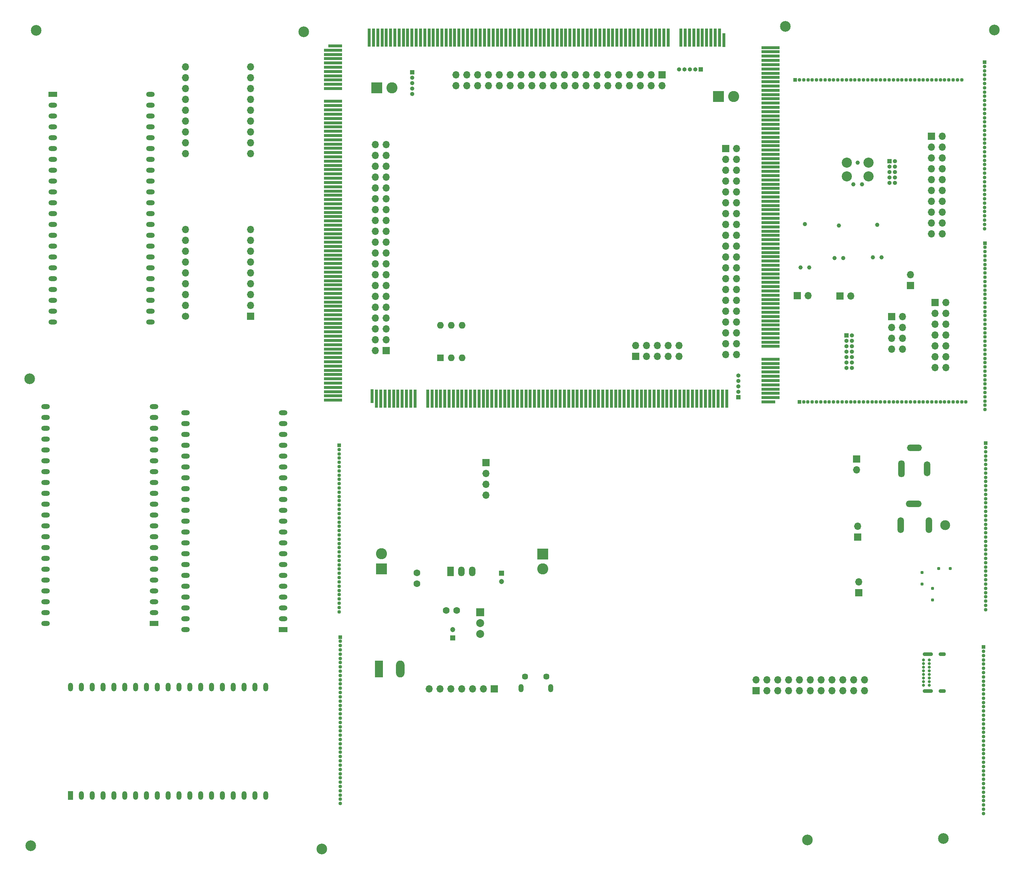
<source format=gbr>
%TF.GenerationSoftware,KiCad,Pcbnew,(7.0.0)*%
%TF.CreationDate,2023-03-18T13:26:35-04:00*%
%TF.ProjectId,FPGAs-Ard_RPi_BB,46504741-732d-4417-9264-5f5250695f42,rev?*%
%TF.SameCoordinates,Original*%
%TF.FileFunction,Soldermask,Bot*%
%TF.FilePolarity,Negative*%
%FSLAX46Y46*%
G04 Gerber Fmt 4.6, Leading zero omitted, Abs format (unit mm)*
G04 Created by KiCad (PCBNEW (7.0.0)) date 2023-03-18 13:26:35*
%MOMM*%
%LPD*%
G01*
G04 APERTURE LIST*
%ADD10R,1.000000X1.000000*%
%ADD11O,1.000000X1.000000*%
%ADD12C,2.500000*%
%ADD13C,1.600000*%
%ADD14R,1.200000X2.000000*%
%ADD15O,1.200000X2.000000*%
%ADD16R,0.850000X0.850000*%
%ADD17O,0.850000X0.850000*%
%ADD18R,0.700000X3.200000*%
%ADD19R,0.700000X4.300000*%
%ADD20R,1.700000X1.700000*%
%ADD21O,1.700000X1.700000*%
%ADD22O,3.708400X1.498600*%
%ADD23O,1.498600X3.708400*%
%ADD24C,0.990600*%
%ADD25C,2.311400*%
%ADD26C,0.700000*%
%ADD27O,2.400000X0.900000*%
%ADD28O,1.700000X0.900000*%
%ADD29C,2.374900*%
%ADD30R,1.200000X1.200000*%
%ADD31C,1.200000*%
%ADD32R,2.000000X1.200000*%
%ADD33O,2.000000X1.200000*%
%ADD34R,1.860000X1.860000*%
%ADD35C,1.860000*%
%ADD36C,1.700000*%
%ADD37C,0.787400*%
%ADD38R,2.600000X2.600000*%
%ADD39C,2.600000*%
%ADD40R,3.200000X0.700000*%
%ADD41R,4.300000X0.700000*%
%ADD42C,0.999998*%
%ADD43O,1.507998X4.008120*%
%ADD44O,1.507998X3.507994*%
%ADD45O,3.507994X1.507998*%
%ADD46R,1.600000X1.600000*%
%ADD47O,1.600000X1.600000*%
%ADD48O,1.200000X1.900000*%
%ADD49C,1.450000*%
%ADD50R,1.500000X2.300000*%
%ADD51O,1.500000X2.300000*%
%ADD52R,1.980000X3.960000*%
%ADD53O,1.980000X3.960000*%
G04 APERTURE END LIST*
D10*
%TO.C,PCIe_J3_JTAG1*%
X334849999Y-27499999D03*
D11*
X333579999Y-27499999D03*
X332309999Y-27499999D03*
X331039999Y-27499999D03*
X329769999Y-27499999D03*
%TD*%
D10*
%TO.C,PCIe_J2_JTAG1*%
X267299999Y-28189999D03*
D11*
X267299999Y-29459999D03*
X267299999Y-30729999D03*
X267299999Y-31999999D03*
X267299999Y-33269999D03*
%TD*%
D10*
%TO.C,PCIe_J1_JTAG1*%
X343599999Y-104309999D03*
D11*
X343599999Y-103039999D03*
X343599999Y-101769999D03*
X343599999Y-100499999D03*
X343599999Y-99229999D03*
%TD*%
D12*
%TO.C,H7*%
X403600000Y-18300000D03*
%TD*%
D13*
%TO.C,PR_C9*%
X268400000Y-145450000D03*
X268400000Y-147950000D03*
%TD*%
D12*
%TO.C,H2*%
X246100000Y-210100000D03*
%TD*%
D14*
%TO.C,U2*%
X187279999Y-197599999D03*
D15*
X189819999Y-197599999D03*
X192359999Y-197599999D03*
X194899999Y-197599999D03*
X197439999Y-197599999D03*
X199979999Y-197599999D03*
X202519999Y-197599999D03*
X205059999Y-197599999D03*
X207599999Y-197599999D03*
X210139999Y-197599999D03*
X212679999Y-197599999D03*
X215219999Y-197599999D03*
X217759999Y-197599999D03*
X220299999Y-197599999D03*
X222839999Y-197599999D03*
X225379999Y-197599999D03*
X227919999Y-197599999D03*
X230459999Y-197599999D03*
X232999999Y-197599999D03*
X232997279Y-172203679D03*
X230457279Y-172203679D03*
X227919999Y-172199999D03*
X225379999Y-172199999D03*
X222839999Y-172199999D03*
X220299999Y-172199999D03*
X217759999Y-172199999D03*
X215219999Y-172199999D03*
X212679999Y-172199999D03*
X210139999Y-172199999D03*
X207599999Y-172199999D03*
X205059999Y-172199999D03*
X202519999Y-172199999D03*
X199979999Y-172199999D03*
X197439999Y-172199999D03*
X194899999Y-172199999D03*
X192359999Y-172199999D03*
X189819999Y-172199999D03*
X187279999Y-172199999D03*
%TD*%
D16*
%TO.C,BO_9*%
X356927999Y-29971999D03*
D17*
X357927999Y-29971999D03*
X358927999Y-29971999D03*
X359927999Y-29971999D03*
X360927999Y-29971999D03*
X361927999Y-29971999D03*
X362927999Y-29971999D03*
X363927999Y-29971999D03*
X364927999Y-29971999D03*
X365927999Y-29971999D03*
X366927999Y-29971999D03*
X367927999Y-29971999D03*
X368927999Y-29971999D03*
X369927999Y-29971999D03*
X370927999Y-29971999D03*
X371927999Y-29971999D03*
X372927999Y-29971999D03*
X373927999Y-29971999D03*
X374927999Y-29971999D03*
X375927999Y-29971999D03*
X376927999Y-29971999D03*
X377927999Y-29971999D03*
X378927999Y-29971999D03*
X379927999Y-29971999D03*
X380927999Y-29971999D03*
X381927999Y-29971999D03*
X382927999Y-29971999D03*
X383927999Y-29971999D03*
X384927999Y-29971999D03*
X385927999Y-29971999D03*
X386927999Y-29971999D03*
X387927999Y-29971999D03*
X388927999Y-29971999D03*
X389927999Y-29971999D03*
X390927999Y-29971999D03*
X391927999Y-29971999D03*
X392927999Y-29971999D03*
X393927999Y-29971999D03*
X394927999Y-29971999D03*
X395927999Y-29971999D03*
%TD*%
D18*
%TO.C,PCIe_J4*%
X257899999Y-104049999D03*
D19*
X258899999Y-104599999D03*
X259899999Y-104599999D03*
X260899999Y-104599999D03*
X261899999Y-104599999D03*
X262899999Y-104599999D03*
X263899999Y-104599999D03*
X264899999Y-104599999D03*
X265899999Y-104599999D03*
X266899999Y-104599999D03*
X267899999Y-104599999D03*
X270899999Y-104599999D03*
X271899999Y-104599999D03*
X272899999Y-104599999D03*
X273899999Y-104599999D03*
X274899999Y-104599999D03*
X275899999Y-104599999D03*
X276899999Y-104599999D03*
X277899999Y-104599999D03*
X278899999Y-104599999D03*
X279899999Y-104599999D03*
X280899999Y-104599999D03*
X281899999Y-104599999D03*
X282899999Y-104599999D03*
X283899999Y-104599999D03*
X284899999Y-104599999D03*
X285899999Y-104599999D03*
X286899999Y-104599999D03*
X287899999Y-104599999D03*
X288899999Y-104599999D03*
X289899999Y-104599999D03*
X290899999Y-104599999D03*
X291899999Y-104599999D03*
X292899999Y-104599999D03*
X293899999Y-104599999D03*
X294899999Y-104599999D03*
X295899999Y-104599999D03*
X296899999Y-104599999D03*
X297899999Y-104599999D03*
X298899999Y-104599999D03*
X299899999Y-104599999D03*
X300899999Y-104599999D03*
X301899999Y-104599999D03*
X302899999Y-104599999D03*
X303899999Y-104599999D03*
X304899999Y-104599999D03*
X305899999Y-104599999D03*
X306899999Y-104599999D03*
X307899999Y-104599999D03*
X308899999Y-104599999D03*
X309899999Y-104599999D03*
X310899999Y-104599999D03*
X311899999Y-104599999D03*
X312899999Y-104599999D03*
X313899999Y-104599999D03*
X314899999Y-104599999D03*
X315899999Y-104599999D03*
X316899999Y-104599999D03*
X317899999Y-104599999D03*
X318899999Y-104599999D03*
X319899999Y-104599999D03*
X320899999Y-104599999D03*
X321899999Y-104599999D03*
X322899999Y-104599999D03*
X323899999Y-104599999D03*
X324899999Y-104599999D03*
X325899999Y-104599999D03*
X326899999Y-104599999D03*
X327899999Y-104599999D03*
X328899999Y-104599999D03*
X329899999Y-104599999D03*
X330899999Y-104599999D03*
X331899999Y-104599999D03*
X332899999Y-104599999D03*
X333899999Y-104599999D03*
X334899999Y-104599999D03*
X335899999Y-104599999D03*
X336899999Y-104599999D03*
X337899999Y-104599999D03*
X338899999Y-104599999D03*
X339899999Y-104599999D03*
X340899999Y-104599999D03*
%TD*%
D16*
%TO.C,BO_6*%
X401573999Y-115063999D03*
D17*
X401573999Y-116063999D03*
X401573999Y-117063999D03*
X401573999Y-118063999D03*
X401573999Y-119063999D03*
X401573999Y-120063999D03*
X401573999Y-121063999D03*
X401573999Y-122063999D03*
X401573999Y-123063999D03*
X401573999Y-124063999D03*
X401573999Y-125063999D03*
X401573999Y-126063999D03*
X401573999Y-127063999D03*
X401573999Y-128063999D03*
X401573999Y-129063999D03*
X401573999Y-130063999D03*
X401573999Y-131063999D03*
X401573999Y-132063999D03*
X401573999Y-133063999D03*
X401573999Y-134063999D03*
X401573999Y-135063999D03*
X401573999Y-136063999D03*
X401573999Y-137063999D03*
X401573999Y-138063999D03*
X401573999Y-139063999D03*
X401573999Y-140063999D03*
X401573999Y-141063999D03*
X401573999Y-142063999D03*
X401573999Y-143063999D03*
X401573999Y-144063999D03*
X401573999Y-145063999D03*
X401573999Y-146063999D03*
X401573999Y-147063999D03*
X401573999Y-148063999D03*
X401573999Y-149063999D03*
X401573999Y-150063999D03*
X401573999Y-151063999D03*
X401573999Y-152063999D03*
X401573999Y-153063999D03*
X401573999Y-154063999D03*
%TD*%
D16*
%TO.C,BO_5*%
X401065999Y-162815999D03*
D17*
X401065999Y-163815999D03*
X401065999Y-164815999D03*
X401065999Y-165815999D03*
X401065999Y-166815999D03*
X401065999Y-167815999D03*
X401065999Y-168815999D03*
X401065999Y-169815999D03*
X401065999Y-170815999D03*
X401065999Y-171815999D03*
X401065999Y-172815999D03*
X401065999Y-173815999D03*
X401065999Y-174815999D03*
X401065999Y-175815999D03*
X401065999Y-176815999D03*
X401065999Y-177815999D03*
X401065999Y-178815999D03*
X401065999Y-179815999D03*
X401065999Y-180815999D03*
X401065999Y-181815999D03*
X401065999Y-182815999D03*
X401065999Y-183815999D03*
X401065999Y-184815999D03*
X401065999Y-185815999D03*
X401065999Y-186815999D03*
X401065999Y-187815999D03*
X401065999Y-188815999D03*
X401065999Y-189815999D03*
X401065999Y-190815999D03*
X401065999Y-191815999D03*
X401065999Y-192815999D03*
X401065999Y-193815999D03*
X401065999Y-194815999D03*
X401065999Y-195815999D03*
X401065999Y-196815999D03*
X401065999Y-197815999D03*
X401065999Y-198815999D03*
X401065999Y-199815999D03*
X401065999Y-200815999D03*
X401065999Y-201815999D03*
%TD*%
D16*
%TO.C,BO_7*%
X401399999Y-68199999D03*
D17*
X401399999Y-69199999D03*
X401399999Y-70199999D03*
X401399999Y-71199999D03*
X401399999Y-72199999D03*
X401399999Y-73199999D03*
X401399999Y-74199999D03*
X401399999Y-75199999D03*
X401399999Y-76199999D03*
X401399999Y-77199999D03*
X401399999Y-78199999D03*
X401399999Y-79199999D03*
X401399999Y-80199999D03*
X401399999Y-81199999D03*
X401399999Y-82199999D03*
X401399999Y-83199999D03*
X401399999Y-84199999D03*
X401399999Y-85199999D03*
X401399999Y-86199999D03*
X401399999Y-87199999D03*
X401399999Y-88199999D03*
X401399999Y-89199999D03*
X401399999Y-90199999D03*
X401399999Y-91199999D03*
X401399999Y-92199999D03*
X401399999Y-93199999D03*
X401399999Y-94199999D03*
X401399999Y-95199999D03*
X401399999Y-96199999D03*
X401399999Y-97199999D03*
X401399999Y-98199999D03*
X401399999Y-99199999D03*
X401399999Y-100199999D03*
X401399999Y-101199999D03*
X401399999Y-102199999D03*
X401399999Y-103199999D03*
X401399999Y-104199999D03*
X401399999Y-105199999D03*
X401399999Y-106199999D03*
X401399999Y-107199999D03*
%TD*%
D20*
%TO.C,QSPI_JTAG1*%
X319549999Y-94749999D03*
D21*
X319549999Y-92209999D03*
X322089999Y-94749999D03*
X322089999Y-92209999D03*
X324629999Y-94749999D03*
X324629999Y-92209999D03*
X327169999Y-94749999D03*
X327169999Y-92209999D03*
X329709999Y-94749999D03*
X329709999Y-92209999D03*
%TD*%
D20*
%TO.C,FPGA_PWR_J1*%
X284547499Y-119605999D03*
D21*
X284547499Y-122145999D03*
X284547499Y-124685999D03*
X284547499Y-127225999D03*
%TD*%
D22*
%TO.C,DC_PWR_J1*%
X384733889Y-129304909D03*
D23*
X388283887Y-134304899D03*
X381683890Y-134304899D03*
D24*
X385838790Y-129304910D03*
X383628990Y-129304910D03*
X388283888Y-133200000D03*
X381683891Y-133200000D03*
D25*
X392083875Y-134304900D03*
D24*
X388283888Y-135409800D03*
X381683891Y-135409800D03*
%TD*%
D26*
%TO.C,USB3_TypeC1*%
X387015000Y-171800000D03*
X387015000Y-170950000D03*
X387015000Y-170100000D03*
X387015000Y-169250000D03*
X387015000Y-168400000D03*
X387015000Y-167550000D03*
X387015000Y-166700000D03*
X387015000Y-165850000D03*
X388365000Y-165850000D03*
X388365000Y-166700000D03*
X388365000Y-167550000D03*
X388365000Y-168400000D03*
X388365000Y-169250000D03*
X388365000Y-170100000D03*
X388365000Y-170950000D03*
X388365000Y-171800000D03*
D27*
X387994999Y-173149999D03*
D28*
X391374999Y-173149999D03*
D27*
X387994999Y-164499999D03*
D28*
X391374999Y-164499999D03*
%TD*%
D20*
%TO.C,FPGA_J2*%
X340624999Y-46089999D03*
D21*
X343164999Y-46089999D03*
X340624999Y-48629999D03*
X343164999Y-48629999D03*
X340624999Y-51169999D03*
X343164999Y-51169999D03*
X340624999Y-53709999D03*
X343164999Y-53709999D03*
X340624999Y-56249999D03*
X343164999Y-56249999D03*
X340624999Y-58789999D03*
X343164999Y-58789999D03*
X340624999Y-61329999D03*
X343164999Y-61329999D03*
X340624999Y-63869999D03*
X343164999Y-63869999D03*
X340624999Y-66409999D03*
X343164999Y-66409999D03*
X340624999Y-68949999D03*
X343164999Y-68949999D03*
X340624999Y-71489999D03*
X343164999Y-71489999D03*
X340624999Y-74029999D03*
X343164999Y-74029999D03*
X340624999Y-76569999D03*
X343164999Y-76569999D03*
X340624999Y-79109999D03*
X343164999Y-79109999D03*
X340624999Y-81649999D03*
X343164999Y-81649999D03*
X340624999Y-84189999D03*
X343164999Y-84189999D03*
X340624999Y-86729999D03*
X343164999Y-86729999D03*
X340624999Y-89269999D03*
X343164999Y-89269999D03*
X340624999Y-91809999D03*
X343164999Y-91809999D03*
X340624999Y-94349999D03*
X343164999Y-94349999D03*
%TD*%
D29*
%TO.C,TC2030*%
X369048000Y-49363000D03*
X369048000Y-52538000D03*
D24*
X370588000Y-54410000D03*
X371604000Y-49330000D03*
X372620000Y-54410000D03*
D29*
X374128000Y-49363000D03*
X374128000Y-52538000D03*
%TD*%
D13*
%TO.C,PR_C5*%
X277710000Y-154231100D03*
X275210000Y-154231100D03*
%TD*%
D30*
%TO.C,PR_C6*%
X276709999Y-160731099D03*
D31*
X276710000Y-158731100D03*
%TD*%
D32*
%TO.C,U5*%
X206799999Y-157343439D03*
D33*
X206799999Y-154803439D03*
X206799999Y-152263439D03*
X206799999Y-149723439D03*
X206799999Y-147183439D03*
X206799999Y-144643439D03*
X206799999Y-142103439D03*
X206799999Y-139563439D03*
X206799999Y-137023439D03*
X206799999Y-134483439D03*
X206799999Y-131943439D03*
X206799999Y-129403439D03*
X206799999Y-126863439D03*
X206799999Y-124323439D03*
X206799999Y-121783439D03*
X206799999Y-119243439D03*
X206799999Y-116703439D03*
X206799999Y-114163439D03*
X206799999Y-111623439D03*
X206799999Y-109083439D03*
X206799999Y-106543439D03*
X181399999Y-106543439D03*
X181399999Y-109083439D03*
X181399999Y-111623439D03*
X181399999Y-114163439D03*
X181399999Y-116703439D03*
X181399999Y-119243439D03*
X181399999Y-121783439D03*
X181399999Y-124323439D03*
X181399999Y-126863439D03*
X181399999Y-129403439D03*
X181399999Y-131943439D03*
X181399999Y-134483439D03*
X181399999Y-137023439D03*
X181399999Y-139563439D03*
X181399999Y-142103439D03*
X181399999Y-144643439D03*
X181399999Y-147183439D03*
X181399999Y-149723439D03*
X181399999Y-152263439D03*
X181399999Y-154803439D03*
X181399999Y-157343439D03*
%TD*%
D34*
%TO.C,PR_U3_3V1*%
X283209999Y-154685999D03*
D35*
X283210000Y-157226000D03*
X283210000Y-159766000D03*
%TD*%
D12*
%TO.C,H1*%
X241900000Y-18700000D03*
%TD*%
D20*
%TO.C,USB3_TypeC_J1*%
X347754999Y-173039999D03*
D21*
X347754999Y-170499999D03*
X350294999Y-173039999D03*
X350294999Y-170499999D03*
X352834999Y-173039999D03*
X352834999Y-170499999D03*
X355374999Y-173039999D03*
X355374999Y-170499999D03*
X357914999Y-173039999D03*
X357914999Y-170499999D03*
X360454999Y-173039999D03*
X360454999Y-170499999D03*
X362994999Y-173039999D03*
X362994999Y-170499999D03*
X365534999Y-173039999D03*
X365534999Y-170499999D03*
X368074999Y-173039999D03*
X368074999Y-170499999D03*
X370614999Y-173039999D03*
X370614999Y-170499999D03*
X373154999Y-173039999D03*
X373154999Y-170499999D03*
%TD*%
D12*
%TO.C,H4*%
X179200000Y-18400000D03*
%TD*%
D20*
%TO.C,J_USB_uB2*%
X286494999Y-172600999D03*
D21*
X283954999Y-172600999D03*
X281414999Y-172600999D03*
X278874999Y-172600999D03*
X276334999Y-172600999D03*
X273794999Y-172600999D03*
X271254999Y-172600999D03*
%TD*%
D24*
%TO.C,TC2050_1*%
X366157000Y-71730000D03*
X367173000Y-64117000D03*
X368189000Y-71730000D03*
%TD*%
%TO.C,TC2070*%
X358157000Y-73930000D03*
X359173000Y-63777000D03*
X360189000Y-73930000D03*
%TD*%
D20*
%TO.C,Digilent_Cmod_S7*%
X229439999Y-85339999D03*
D21*
X229439999Y-82799999D03*
X229439999Y-80259999D03*
X229439999Y-77719999D03*
X229439999Y-75179999D03*
X229439999Y-72639999D03*
X229439999Y-70099999D03*
X229439999Y-67559999D03*
X229439999Y-65019999D03*
X229439999Y-47239999D03*
X229439999Y-44699999D03*
X229439999Y-42159999D03*
X229439999Y-39619999D03*
X229439999Y-37079999D03*
X229439999Y-34539999D03*
X229439999Y-31999999D03*
X229439999Y-29459999D03*
X229439999Y-26919999D03*
X214199999Y-26919999D03*
X214199999Y-29459999D03*
X214199999Y-31999999D03*
X214199999Y-34539999D03*
X214199999Y-37079999D03*
X214199999Y-39619999D03*
X214199999Y-42159999D03*
X214199999Y-44699999D03*
X214199999Y-47239999D03*
X214199999Y-65019999D03*
X214199999Y-67559999D03*
X214199999Y-70099999D03*
X214199999Y-72639999D03*
X214199999Y-75179999D03*
X214199999Y-77719999D03*
X214199999Y-80259999D03*
X214199999Y-82799999D03*
D36*
X214200000Y-85340000D03*
%TD*%
D16*
%TO.C,BO_16*%
X357919999Y-105409999D03*
D17*
X358919999Y-105409999D03*
X359919999Y-105409999D03*
X360919999Y-105409999D03*
X361919999Y-105409999D03*
X362919999Y-105409999D03*
X363919999Y-105409999D03*
X364919999Y-105409999D03*
X365919999Y-105409999D03*
X366919999Y-105409999D03*
X367919999Y-105409999D03*
X368919999Y-105409999D03*
X369919999Y-105409999D03*
X370919999Y-105409999D03*
X371919999Y-105409999D03*
X372919999Y-105409999D03*
X373919999Y-105409999D03*
X374919999Y-105409999D03*
X375919999Y-105409999D03*
X376919999Y-105409999D03*
X377919999Y-105409999D03*
X378919999Y-105409999D03*
X379919999Y-105409999D03*
X380919999Y-105409999D03*
X381919999Y-105409999D03*
X382919999Y-105409999D03*
X383919999Y-105409999D03*
X384919999Y-105409999D03*
X385919999Y-105409999D03*
X386919999Y-105409999D03*
X387919999Y-105409999D03*
X388919999Y-105409999D03*
X389919999Y-105409999D03*
X390919999Y-105409999D03*
X391919999Y-105409999D03*
X392919999Y-105409999D03*
X393919999Y-105409999D03*
X394919999Y-105409999D03*
X395919999Y-105409999D03*
X396919999Y-105409999D03*
%TD*%
D32*
%TO.C,U4*%
X236999999Y-158739999D03*
D33*
X236999999Y-156199999D03*
X236999999Y-153659999D03*
X236999999Y-151119999D03*
X236999999Y-148579999D03*
X236999999Y-146039999D03*
X236999999Y-143499999D03*
X236999999Y-140959999D03*
X236999999Y-138419999D03*
X236999999Y-135879999D03*
X236999999Y-133339999D03*
X236999999Y-130799999D03*
X236999999Y-128259999D03*
X236999999Y-125719999D03*
X236999999Y-123179999D03*
X236999999Y-120639999D03*
X236999999Y-118099999D03*
X236999999Y-115559999D03*
X236999999Y-113019999D03*
X237003679Y-110482719D03*
X237003679Y-107942719D03*
X214143679Y-107942719D03*
X214139999Y-110482719D03*
X214139999Y-113022719D03*
X214139999Y-115562719D03*
X214139999Y-118102719D03*
X214139999Y-120642719D03*
X214139999Y-123182719D03*
X214139999Y-125722719D03*
X214139999Y-128262719D03*
X214139999Y-130802719D03*
X214139999Y-133342719D03*
X214139999Y-135882719D03*
X214139999Y-138422719D03*
X214139999Y-140962719D03*
X214139999Y-143502719D03*
X214139999Y-146042719D03*
X214139999Y-148582719D03*
X214139999Y-151122719D03*
X214139999Y-153662719D03*
X214139999Y-156202719D03*
X214139999Y-158742719D03*
%TD*%
D16*
%TO.C,BO_4*%
X250443999Y-160481999D03*
D17*
X250443999Y-161481999D03*
X250443999Y-162481999D03*
X250443999Y-163481999D03*
X250443999Y-164481999D03*
X250443999Y-165481999D03*
X250443999Y-166481999D03*
X250443999Y-167481999D03*
X250443999Y-168481999D03*
X250443999Y-169481999D03*
X250443999Y-170481999D03*
X250443999Y-171481999D03*
X250443999Y-172481999D03*
X250443999Y-173481999D03*
X250443999Y-174481999D03*
X250443999Y-175481999D03*
X250443999Y-176481999D03*
X250443999Y-177481999D03*
X250443999Y-178481999D03*
X250443999Y-179481999D03*
X250443999Y-180481999D03*
X250443999Y-181481999D03*
X250443999Y-182481999D03*
X250443999Y-183481999D03*
X250443999Y-184481999D03*
X250443999Y-185481999D03*
X250443999Y-186481999D03*
X250443999Y-187481999D03*
X250443999Y-188481999D03*
X250443999Y-189481999D03*
X250443999Y-190481999D03*
X250443999Y-191481999D03*
X250443999Y-192481999D03*
X250443999Y-193481999D03*
X250443999Y-194481999D03*
X250443999Y-195481999D03*
X250443999Y-196481999D03*
X250443999Y-197481999D03*
X250443999Y-198481999D03*
X250443999Y-199481999D03*
%TD*%
D12*
%TO.C,H3*%
X177700000Y-100000000D03*
%TD*%
%TO.C,H5*%
X391600000Y-207700000D03*
%TD*%
D37*
%TO.C,DC_PWR_J2*%
X393283888Y-144450000D03*
X390566088Y-144450000D03*
X386625000Y-145391100D03*
X386625000Y-148108900D03*
X389125000Y-149091100D03*
X389125000Y-151808900D03*
%TD*%
D16*
%TO.C,BO_8*%
X401319999Y-25813999D03*
D17*
X401319999Y-26813999D03*
X401319999Y-27813999D03*
X401319999Y-28813999D03*
X401319999Y-29813999D03*
X401319999Y-30813999D03*
X401319999Y-31813999D03*
X401319999Y-32813999D03*
X401319999Y-33813999D03*
X401319999Y-34813999D03*
X401319999Y-35813999D03*
X401319999Y-36813999D03*
X401319999Y-37813999D03*
X401319999Y-38813999D03*
X401319999Y-39813999D03*
X401319999Y-40813999D03*
X401319999Y-41813999D03*
X401319999Y-42813999D03*
X401319999Y-43813999D03*
X401319999Y-44813999D03*
X401319999Y-45813999D03*
X401319999Y-46813999D03*
X401319999Y-47813999D03*
X401319999Y-48813999D03*
X401319999Y-49813999D03*
X401319999Y-50813999D03*
X401319999Y-51813999D03*
X401319999Y-52813999D03*
X401319999Y-53813999D03*
X401319999Y-54813999D03*
X401319999Y-55813999D03*
X401319999Y-56813999D03*
X401319999Y-57813999D03*
X401319999Y-58813999D03*
X401319999Y-59813999D03*
X401319999Y-60813999D03*
X401319999Y-61813999D03*
X401319999Y-62813999D03*
X401319999Y-63813999D03*
X401319999Y-64813999D03*
%TD*%
D38*
%TO.C,12V_J1*%
X258999999Y-31799999D03*
D39*
X262500000Y-31800000D03*
%TD*%
D38*
%TO.C,PWR_DC_IN1*%
X260099999Y-144499999D03*
D39*
X260100000Y-141000000D03*
%TD*%
D40*
%TO.C,PCIe_J2*%
X249249999Y-21999999D03*
D41*
X248699999Y-22999999D03*
X248699999Y-23999999D03*
X248699999Y-24999999D03*
X248699999Y-25999999D03*
X248699999Y-26999999D03*
X248699999Y-27999999D03*
X248699999Y-28999999D03*
X248699999Y-29999999D03*
X248699999Y-30999999D03*
X248699999Y-31999999D03*
X248699999Y-34999999D03*
X248699999Y-35999999D03*
X248699999Y-36999999D03*
X248699999Y-37999999D03*
X248699999Y-38999999D03*
X248699999Y-39999999D03*
X248699999Y-40999999D03*
X248699999Y-41999999D03*
X248699999Y-42999999D03*
X248699999Y-43999999D03*
X248699999Y-44999999D03*
X248699999Y-45999999D03*
X248699999Y-46999999D03*
X248699999Y-47999999D03*
X248699999Y-48999999D03*
X248699999Y-49999999D03*
X248699999Y-50999999D03*
X248699999Y-51999999D03*
X248699999Y-52999999D03*
X248699999Y-53999999D03*
X248699999Y-54999999D03*
X248699999Y-55999999D03*
X248699999Y-56999999D03*
X248699999Y-57999999D03*
X248699999Y-58999999D03*
X248699999Y-59999999D03*
X248699999Y-60999999D03*
X248699999Y-61999999D03*
X248699999Y-62999999D03*
X248699999Y-63999999D03*
X248699999Y-64999999D03*
X248699999Y-65999999D03*
X248699999Y-66999999D03*
X248699999Y-67999999D03*
X248699999Y-68999999D03*
X248699999Y-69999999D03*
X248699999Y-70999999D03*
X248699999Y-71999999D03*
X248699999Y-72999999D03*
X248699999Y-73999999D03*
X248699999Y-74999999D03*
X248699999Y-75999999D03*
X248699999Y-76999999D03*
X248699999Y-77999999D03*
X248699999Y-78999999D03*
X248699999Y-79999999D03*
X248699999Y-80999999D03*
X248699999Y-81999999D03*
X248699999Y-82999999D03*
X248699999Y-83999999D03*
X248699999Y-84999999D03*
X248699999Y-85999999D03*
X248699999Y-86999999D03*
X248699999Y-87999999D03*
X248699999Y-88999999D03*
X248699999Y-89999999D03*
X248699999Y-90999999D03*
X248699999Y-91999999D03*
X248699999Y-92999999D03*
X248699999Y-93999999D03*
X248699999Y-94999999D03*
X248699999Y-95999999D03*
X248699999Y-96999999D03*
X248699999Y-97999999D03*
X248699999Y-98999999D03*
X248699999Y-99999999D03*
X248699999Y-100999999D03*
X248699999Y-101999999D03*
X248699999Y-102999999D03*
X248699999Y-103999999D03*
X248699999Y-104999999D03*
%TD*%
D12*
%TO.C,H6*%
X354600000Y-17400000D03*
%TD*%
D20*
%TO.C,PWR_OUT2*%
X357424999Y-80499999D03*
D21*
X359964999Y-80499999D03*
%TD*%
D16*
%TO.C,BO_3*%
X250189999Y-115555999D03*
D17*
X250189999Y-116555999D03*
X250189999Y-117555999D03*
X250189999Y-118555999D03*
X250189999Y-119555999D03*
X250189999Y-120555999D03*
X250189999Y-121555999D03*
X250189999Y-122555999D03*
X250189999Y-123555999D03*
X250189999Y-124555999D03*
X250189999Y-125555999D03*
X250189999Y-126555999D03*
X250189999Y-127555999D03*
X250189999Y-128555999D03*
X250189999Y-129555999D03*
X250189999Y-130555999D03*
X250189999Y-131555999D03*
X250189999Y-132555999D03*
X250189999Y-133555999D03*
X250189999Y-134555999D03*
X250189999Y-135555999D03*
X250189999Y-136555999D03*
X250189999Y-137555999D03*
X250189999Y-138555999D03*
X250189999Y-139555999D03*
X250189999Y-140555999D03*
X250189999Y-141555999D03*
X250189999Y-142555999D03*
X250189999Y-143555999D03*
X250189999Y-144555999D03*
X250189999Y-145555999D03*
X250189999Y-146555999D03*
X250189999Y-147555999D03*
X250189999Y-148555999D03*
X250189999Y-149555999D03*
X250189999Y-150555999D03*
X250189999Y-151555999D03*
X250189999Y-152555999D03*
X250189999Y-153555999D03*
X250189999Y-154555999D03*
%TD*%
D42*
%TO.C,DC_PWR_J3*%
X387838790Y-122054910D03*
X387838790Y-120054914D03*
X385838786Y-116154911D03*
X383838790Y-116154911D03*
X381838789Y-122304973D03*
X381838789Y-119804851D03*
D43*
X381838788Y-121054911D03*
D44*
X387838789Y-121054911D03*
D45*
X384838787Y-116154910D03*
%TD*%
D20*
%TO.C,JTAG7*%
X389678999Y-82084999D03*
D21*
X392218999Y-82084999D03*
X389678999Y-84624999D03*
X392218999Y-84624999D03*
X389678999Y-87164999D03*
X392218999Y-87164999D03*
X389678999Y-89704999D03*
X392218999Y-89704999D03*
X389678999Y-92244999D03*
X392218999Y-92244999D03*
X389678999Y-94784999D03*
X392218999Y-94784999D03*
X389678999Y-97324999D03*
X392218999Y-97324999D03*
%TD*%
D46*
%TO.C,SW1*%
X273849999Y-95049999D03*
D47*
X276389999Y-95049999D03*
X278929999Y-95049999D03*
X278929999Y-87429999D03*
X276389999Y-87429999D03*
X273849999Y-87429999D03*
%TD*%
D38*
%TO.C,12V_J3*%
X338999999Y-33899999D03*
D39*
X342500000Y-33900000D03*
%TD*%
D20*
%TO.C,FPGA_J1*%
X261124999Y-93409999D03*
D21*
X258584999Y-93409999D03*
X261124999Y-90869999D03*
X258584999Y-90869999D03*
X261124999Y-88329999D03*
X258584999Y-88329999D03*
X261124999Y-85789999D03*
X258584999Y-85789999D03*
X261124999Y-83249999D03*
X258584999Y-83249999D03*
X261124999Y-80709999D03*
X258584999Y-80709999D03*
X261124999Y-78169999D03*
X258584999Y-78169999D03*
X261124999Y-75629999D03*
X258584999Y-75629999D03*
X261124999Y-73089999D03*
X258584999Y-73089999D03*
X261124999Y-70549999D03*
X258584999Y-70549999D03*
X261124999Y-68009999D03*
X258584999Y-68009999D03*
X261124999Y-65469999D03*
X258584999Y-65469999D03*
X261124999Y-62929999D03*
X258584999Y-62929999D03*
X261124999Y-60389999D03*
X258584999Y-60389999D03*
X261124999Y-57849999D03*
X258584999Y-57849999D03*
X261124999Y-55309999D03*
X258584999Y-55309999D03*
X261124999Y-52769999D03*
X258584999Y-52769999D03*
X261124999Y-50229999D03*
X258584999Y-50229999D03*
X261124999Y-47689999D03*
X258584999Y-47689999D03*
X261124999Y-45149999D03*
X258584999Y-45149999D03*
%TD*%
D20*
%TO.C,DC_J1*%
X371583874Y-137079899D03*
D21*
X371583874Y-134539899D03*
%TD*%
D40*
%TO.C,PCIe_J1*%
X350649999Y-105399999D03*
D41*
X351199999Y-104399999D03*
X351199999Y-103399999D03*
X351199999Y-102399999D03*
X351199999Y-101399999D03*
X351199999Y-100399999D03*
X351199999Y-99399999D03*
X351199999Y-98399999D03*
X351199999Y-97399999D03*
X351199999Y-96399999D03*
X351199999Y-95399999D03*
X351199999Y-92399999D03*
X351199999Y-91399999D03*
X351199999Y-90399999D03*
X351199999Y-89399999D03*
X351199999Y-88399999D03*
X351199999Y-87399999D03*
X351199999Y-86399999D03*
X351199999Y-85399999D03*
X351199999Y-84399999D03*
X351199999Y-83399999D03*
X351199999Y-82399999D03*
X351199999Y-81399999D03*
X351199999Y-80399999D03*
X351199999Y-79399999D03*
X351199999Y-78399999D03*
X351199999Y-77399999D03*
X351199999Y-76399999D03*
X351199999Y-75399999D03*
X351199999Y-74399999D03*
X351199999Y-73399999D03*
X351199999Y-72399999D03*
X351199999Y-71399999D03*
X351199999Y-70399999D03*
X351199999Y-69399999D03*
X351199999Y-68399999D03*
X351199999Y-67399999D03*
X351199999Y-66399999D03*
X351199999Y-65399999D03*
X351199999Y-64399999D03*
X351199999Y-63399999D03*
X351199999Y-62399999D03*
X351199999Y-61399999D03*
X351199999Y-60399999D03*
X351199999Y-59399999D03*
X351199999Y-58399999D03*
X351199999Y-57399999D03*
X351199999Y-56399999D03*
X351199999Y-55399999D03*
X351199999Y-54399999D03*
X351199999Y-53399999D03*
X351199999Y-52399999D03*
X351199999Y-51399999D03*
X351199999Y-50399999D03*
X351199999Y-49399999D03*
X351199999Y-48399999D03*
X351199999Y-47399999D03*
X351199999Y-46399999D03*
X351199999Y-45399999D03*
X351199999Y-44399999D03*
X351199999Y-43399999D03*
X351199999Y-42399999D03*
X351199999Y-41399999D03*
X351199999Y-40399999D03*
X351199999Y-39399999D03*
X351199999Y-38399999D03*
X351199999Y-37399999D03*
X351199999Y-36399999D03*
X351199999Y-35399999D03*
X351199999Y-34399999D03*
X351199999Y-33399999D03*
X351199999Y-32399999D03*
X351199999Y-31399999D03*
X351199999Y-30399999D03*
X351199999Y-29399999D03*
X351199999Y-28399999D03*
X351199999Y-27399999D03*
X351199999Y-26399999D03*
X351199999Y-25399999D03*
X351199999Y-24399999D03*
X351199999Y-23399999D03*
X351199999Y-22399999D03*
%TD*%
D30*
%TO.C,PR_C10*%
X288199999Y-145499999D03*
D31*
X288200000Y-147500000D03*
%TD*%
D20*
%TO.C,JTAG6*%
X388873999Y-43179999D03*
D21*
X391413999Y-43179999D03*
X388873999Y-45719999D03*
X391413999Y-45719999D03*
X388873999Y-48259999D03*
X391413999Y-48259999D03*
X388873999Y-50799999D03*
X391413999Y-50799999D03*
X388873999Y-53339999D03*
X391413999Y-53339999D03*
X388873999Y-55879999D03*
X391413999Y-55879999D03*
X388873999Y-58419999D03*
X391413999Y-58419999D03*
X388873999Y-60959999D03*
X391413999Y-60959999D03*
X388873999Y-63499999D03*
X391413999Y-63499999D03*
X388873999Y-66039999D03*
X391413999Y-66039999D03*
%TD*%
D10*
%TO.C,JTAG5*%
X368908999Y-89824999D03*
D11*
X370178999Y-89824999D03*
X368908999Y-91094999D03*
X370178999Y-91094999D03*
X368908999Y-92364999D03*
X370178999Y-92364999D03*
X368908999Y-93634999D03*
X370178999Y-93634999D03*
X368908999Y-94904999D03*
X370178999Y-94904999D03*
X368908999Y-96174999D03*
X370178999Y-96174999D03*
X368908999Y-97444999D03*
X370178999Y-97444999D03*
%TD*%
D48*
%TO.C,J_USB_uB1*%
X292709999Y-172475999D03*
D49*
X293710000Y-169776000D03*
X298710000Y-169776000D03*
D48*
X299709999Y-172475999D03*
%TD*%
D50*
%TO.C,U_DC_DC1*%
X276252999Y-145107499D03*
D51*
X278792999Y-145107499D03*
X281332999Y-145107499D03*
%TD*%
D32*
%TO.C,U3*%
X183128679Y-33366159D03*
D33*
X183128679Y-35906159D03*
X183128679Y-38446159D03*
X183128679Y-40986159D03*
X183128679Y-43526159D03*
X183128679Y-46066159D03*
X183128679Y-48606159D03*
X183128679Y-51146159D03*
X183128679Y-53686159D03*
X183128679Y-56226159D03*
X183128679Y-58766159D03*
X183128679Y-61306159D03*
X183128679Y-63846159D03*
X183128679Y-66386159D03*
X183128679Y-68926159D03*
X183128679Y-71466159D03*
X183128679Y-74006159D03*
X183128679Y-76546159D03*
X183128679Y-79086159D03*
X183124999Y-81623439D03*
X183124999Y-84163439D03*
X183124999Y-86703439D03*
X205988679Y-86706159D03*
X205988679Y-84166159D03*
X205988679Y-81626159D03*
X205988679Y-79086159D03*
X205988679Y-76546159D03*
X205988679Y-74006159D03*
X205988679Y-71466159D03*
X205988679Y-68926159D03*
X205988679Y-66386159D03*
X205988679Y-63846159D03*
X205988679Y-61306159D03*
X205988679Y-58766159D03*
X205988679Y-56226159D03*
X205988679Y-53686159D03*
X205988679Y-51146159D03*
X205988679Y-48606159D03*
X205988679Y-46066159D03*
X205988679Y-43526159D03*
X205988679Y-40986159D03*
X205988679Y-38446159D03*
X205988679Y-35906159D03*
X205988679Y-33366159D03*
%TD*%
D20*
%TO.C,FPGA_J3*%
X325744999Y-28749999D03*
D21*
X325744999Y-31289999D03*
X323204999Y-28749999D03*
X323204999Y-31289999D03*
X320664999Y-28749999D03*
X320664999Y-31289999D03*
X318124999Y-28749999D03*
X318124999Y-31289999D03*
X315584999Y-28749999D03*
X315584999Y-31289999D03*
X313044999Y-28749999D03*
X313044999Y-31289999D03*
X310504999Y-28749999D03*
X310504999Y-31289999D03*
X307964999Y-28749999D03*
X307964999Y-31289999D03*
X305424999Y-28749999D03*
X305424999Y-31289999D03*
X302884999Y-28749999D03*
X302884999Y-31289999D03*
X300344999Y-28749999D03*
X300344999Y-31289999D03*
X297804999Y-28749999D03*
X297804999Y-31289999D03*
X295264999Y-28749999D03*
X295264999Y-31289999D03*
X292724999Y-28749999D03*
X292724999Y-31289999D03*
X290184999Y-28749999D03*
X290184999Y-31289999D03*
X287644999Y-28749999D03*
X287644999Y-31289999D03*
X285104999Y-28749999D03*
X285104999Y-31289999D03*
X282564999Y-28749999D03*
X282564999Y-31289999D03*
X280024999Y-28749999D03*
X280024999Y-31289999D03*
X277484999Y-28749999D03*
X277484999Y-31289999D03*
%TD*%
D20*
%TO.C,PWR_OUT1*%
X383899999Y-78174999D03*
D21*
X383899999Y-75634999D03*
%TD*%
D20*
%TO.C,TEST_VPP_J1*%
X367459999Y-80599999D03*
D21*
X369999999Y-80599999D03*
%TD*%
D12*
%TO.C,H8*%
X359800000Y-208000000D03*
%TD*%
D18*
%TO.C,PCIe_J3*%
X340199999Y-20649999D03*
D19*
X339199999Y-20099999D03*
X338199999Y-20099999D03*
X337199999Y-20099999D03*
X336199999Y-20099999D03*
X335199999Y-20099999D03*
X334199999Y-20099999D03*
X333199999Y-20099999D03*
X332199999Y-20099999D03*
X331199999Y-20099999D03*
X330199999Y-20099999D03*
X327199999Y-20099999D03*
X326199999Y-20099999D03*
X325199999Y-20099999D03*
X324199999Y-20099999D03*
X323199999Y-20099999D03*
X322199999Y-20099999D03*
X321199999Y-20099999D03*
X320199999Y-20099999D03*
X319199999Y-20099999D03*
X318199999Y-20099999D03*
X317199999Y-20099999D03*
X316199999Y-20099999D03*
X315199999Y-20099999D03*
X314199999Y-20099999D03*
X313199999Y-20099999D03*
X312199999Y-20099999D03*
X311199999Y-20099999D03*
X310199999Y-20099999D03*
X309199999Y-20099999D03*
X308199999Y-20099999D03*
X307199999Y-20099999D03*
X306199999Y-20099999D03*
X305199999Y-20099999D03*
X304199999Y-20099999D03*
X303199999Y-20099999D03*
X302199999Y-20099999D03*
X301199999Y-20099999D03*
X300199999Y-20099999D03*
X299199999Y-20099999D03*
X298199999Y-20099999D03*
X297199999Y-20099999D03*
X296199999Y-20099999D03*
X295199999Y-20099999D03*
X294199999Y-20099999D03*
X293199999Y-20099999D03*
X292199999Y-20099999D03*
X291199999Y-20099999D03*
X290199999Y-20099999D03*
X289199999Y-20099999D03*
X288199999Y-20099999D03*
X287199999Y-20099999D03*
X286199999Y-20099999D03*
X285199999Y-20099999D03*
X284199999Y-20099999D03*
X283199999Y-20099999D03*
X282199999Y-20099999D03*
X281199999Y-20099999D03*
X280199999Y-20099999D03*
X279199999Y-20099999D03*
X278199999Y-20099999D03*
X277199999Y-20099999D03*
X276199999Y-20099999D03*
X275199999Y-20099999D03*
X274199999Y-20099999D03*
X273199999Y-20099999D03*
X272199999Y-20099999D03*
X271199999Y-20099999D03*
X270199999Y-20099999D03*
X269199999Y-20099999D03*
X268199999Y-20099999D03*
X267199999Y-20099999D03*
X266199999Y-20099999D03*
X265199999Y-20099999D03*
X264199999Y-20099999D03*
X263199999Y-20099999D03*
X262199999Y-20099999D03*
X261199999Y-20099999D03*
X260199999Y-20099999D03*
X259199999Y-20099999D03*
X258199999Y-20099999D03*
X257199999Y-20099999D03*
%TD*%
D52*
%TO.C,Ext_DC_PWR1*%
X259459999Y-167975999D03*
D53*
X264459999Y-167975999D03*
%TD*%
D38*
%TO.C,PWR_DC_OUT1*%
X297854999Y-141049999D03*
D39*
X297855000Y-144550000D03*
%TD*%
D24*
%TO.C,TC2050_2*%
X375108000Y-71500000D03*
X376124000Y-63887000D03*
X377140000Y-71500000D03*
%TD*%
D20*
%TO.C,DC_J2*%
X371833874Y-150079899D03*
D21*
X371833874Y-147539899D03*
%TD*%
D20*
%TO.C,DC_J3*%
X371333874Y-118804899D03*
D21*
X371333874Y-121344899D03*
%TD*%
D12*
%TO.C,H9*%
X177900000Y-209400000D03*
%TD*%
D20*
%TO.C,JTAG2*%
X379559999Y-85459999D03*
D21*
X382099999Y-85459999D03*
X379559999Y-87999999D03*
X382099999Y-87999999D03*
X379559999Y-90539999D03*
X382099999Y-90539999D03*
X379559999Y-93079999D03*
X382099999Y-93079999D03*
%TD*%
D10*
%TO.C,JTAG3*%
X379029999Y-48989999D03*
D11*
X380299999Y-48989999D03*
X379029999Y-50259999D03*
X380299999Y-50259999D03*
X379029999Y-51529999D03*
X380299999Y-51529999D03*
X379029999Y-52799999D03*
X380299999Y-52799999D03*
X379029999Y-54069999D03*
X380299999Y-54069999D03*
%TD*%
M02*

</source>
